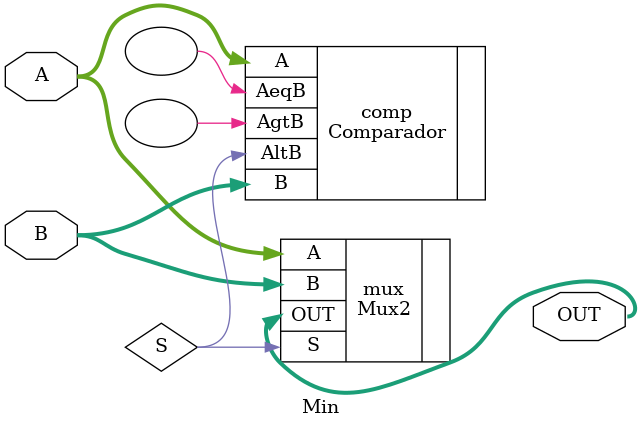
<source format=v>
module Min(
	input [7:0] A,
	input [7:0] B,
	
	output [7:0] OUT

);



// Salida del comparador
wire S ;
wire [7:0] TemporalOUT;

Comparador comp(
	.A(A),
	.B(B),
	.AgtB(),
	// Las dejamos sin conectar
	.AeqB(),
	.AltB(S)
	
);

//Si a > b -> AgtB = 1
//Si a < b -> AltB = 1
//Si a = b -> AeqB = 1


Mux2 mux (
	.A(A),
	.B(B),
	.S(S),
	.OUT(OUT)
);


endmodule

</source>
